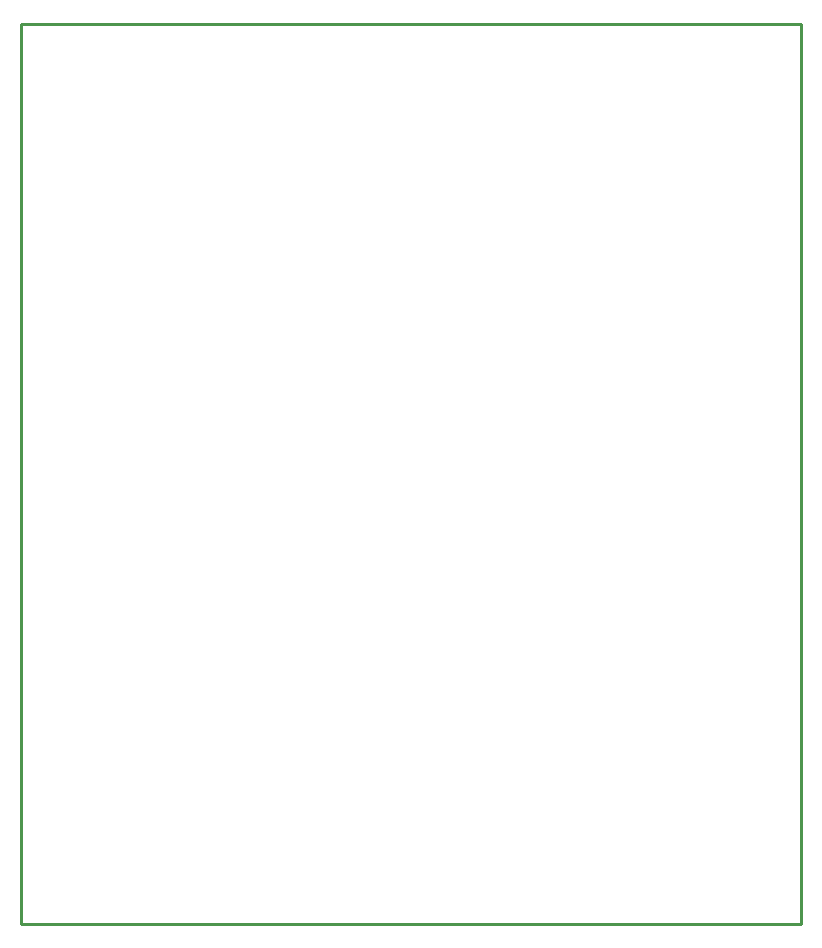
<source format=gbr>
G04 Layer_Color=16711935*
%FSLAX25Y25*%
%MOIN*%
%TF.FileFunction,Keep-out,Top*%
%TF.Part,Single*%
G01*
G75*
%TA.AperFunction,NonConductor*%
%ADD32C,0.01000*%
D32*
X140000Y110000D02*
Y410000D01*
Y110000D02*
X400000D01*
Y410000D01*
X140000D02*
X400000D01*
%TF.MD5,8f784b5ef2531dff15edaf5293f9a16e*%
M02*

</source>
